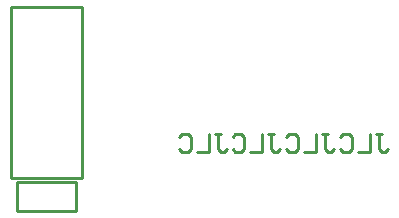
<source format=gbo>
G04*
G04 #@! TF.GenerationSoftware,Altium Limited,Altium Designer,23.8.1 (32)*
G04*
G04 Layer_Color=32896*
%FSLAX25Y25*%
%MOIN*%
G70*
G04*
G04 #@! TF.SameCoordinates,69CDD0E5-7439-40E5-B8CE-76B83E1F4441*
G04*
G04*
G04 #@! TF.FilePolarity,Positive*
G04*
G01*
G75*
%ADD11C,0.01000*%
D11*
X-11811Y-125098D02*
Y-68012D01*
X11811Y-125098D02*
Y-68012D01*
X-11811D02*
X11811D01*
X-11811Y-125098D02*
X11811D01*
X-9843Y-136122D02*
Y-126279D01*
X9843Y-136122D02*
Y-126279D01*
X-9843D02*
X9843D01*
X-9843Y-136122D02*
X9843D01*
X110001Y-110502D02*
X112001D01*
X111001D01*
Y-115500D01*
X112001Y-116500D01*
X113000D01*
X114000Y-115500D01*
X108002Y-110502D02*
Y-116500D01*
X104003D01*
X98005Y-111502D02*
X99005Y-110502D01*
X101004D01*
X102004Y-111502D01*
Y-115500D01*
X101004Y-116500D01*
X99005D01*
X98005Y-115500D01*
X92007Y-110502D02*
X94007D01*
X93007D01*
Y-115500D01*
X94007Y-116500D01*
X95006D01*
X96006Y-115500D01*
X90008Y-110502D02*
Y-116500D01*
X86009D01*
X80011Y-111502D02*
X81011Y-110502D01*
X83010D01*
X84010Y-111502D01*
Y-115500D01*
X83010Y-116500D01*
X81011D01*
X80011Y-115500D01*
X74013Y-110502D02*
X76012D01*
X75013D01*
Y-115500D01*
X76012Y-116500D01*
X77012D01*
X78012Y-115500D01*
X72014Y-110502D02*
Y-116500D01*
X68015D01*
X62017Y-111502D02*
X63016Y-110502D01*
X65016D01*
X66015Y-111502D01*
Y-115500D01*
X65016Y-116500D01*
X63016D01*
X62017Y-115500D01*
X56019Y-110502D02*
X58018D01*
X57018D01*
Y-115500D01*
X58018Y-116500D01*
X59018D01*
X60018Y-115500D01*
X54019Y-110502D02*
Y-116500D01*
X50021D01*
X44023Y-111502D02*
X45022Y-110502D01*
X47022D01*
X48021Y-111502D01*
Y-115500D01*
X47022Y-116500D01*
X45022D01*
X44023Y-115500D01*
M02*

</source>
